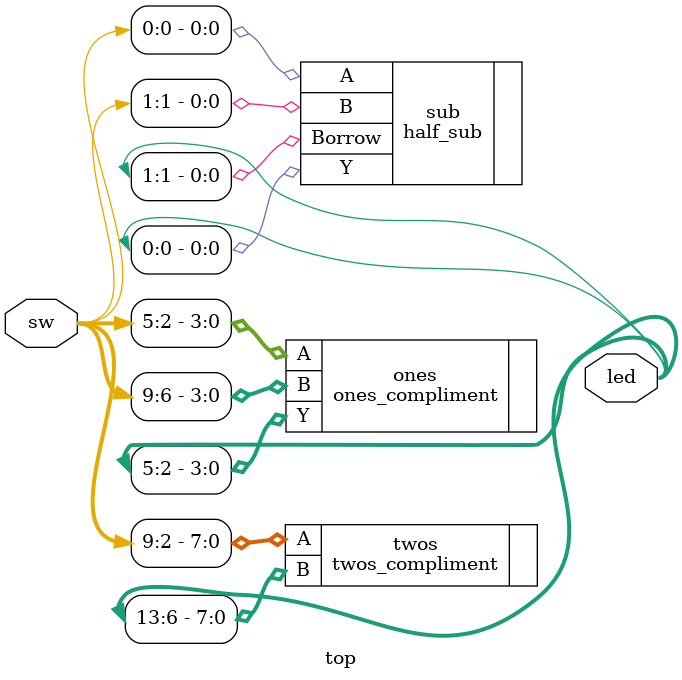
<source format=v>
module top(
    input [9:0]sw,
    output [13:0]led
);

    half_sub sub(
        .A(sw[0]),
        .B(sw[1]),
        .Y(led[0]),
        .Borrow(led[1])
    );
    
    ones_compliment ones(
        .A(sw[5:2]),
        .B(sw[9:6]),
        .Y(led[5:2])
    );
    
    twos_compliment twos(
        .A(sw[9:2]),
        .B(led[13:6])
    );

endmodule
</source>
